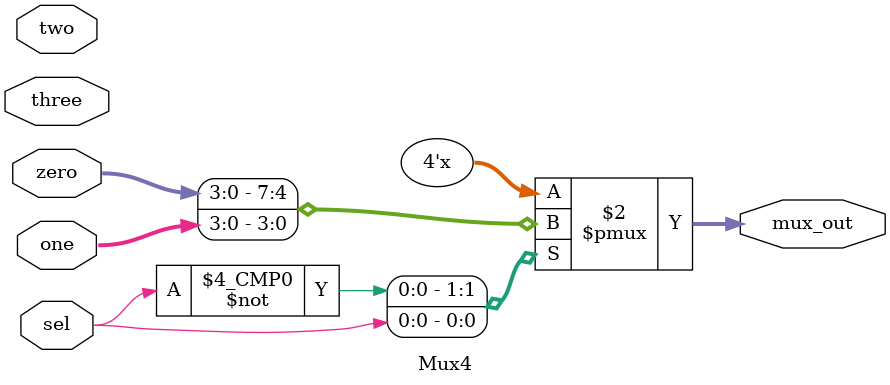
<source format=sv>
`timescale 1ns / 1ps


module Mux4 # (parameter WIDTH = 4) (
    input [WIDTH-1:0] zero, one, two, three,
    input sel,
    output logic [WIDTH -1:0] mux_out
    );
        
    always_comb begin
        case (sel)
            0: mux_out = zero;
            1: mux_out = one;
            2: mux_out = two;
            3: mux_out = three;
        endcase
    end
endmodule

</source>
